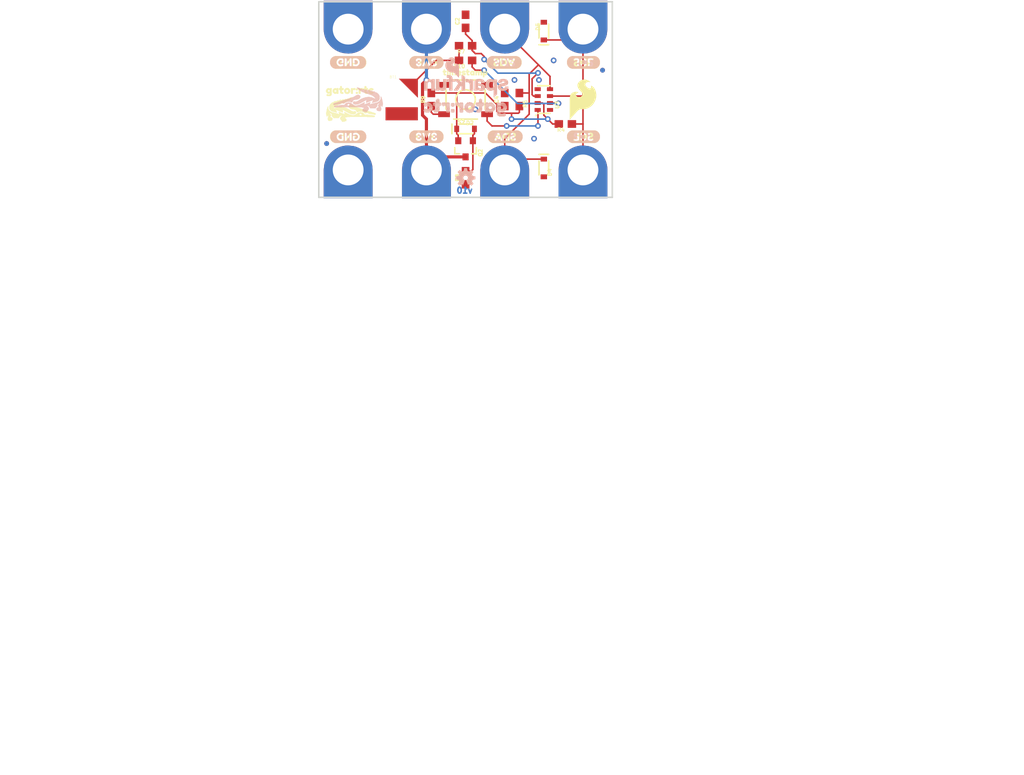
<source format=kicad_pcb>
(kicad_pcb (version 20211014) (generator pcbnew)
  (layers (0 "F.Cu" signal) (31 "B.Cu" signal) (34 "B.Paste" user) (35 "F.Paste" user) (36 "B.SilkS" user "B.Silkscreen") (37 "F.SilkS" user "F.Silkscreen") (38 "B.Mask" user) (39 "F.Mask" user) (44 "Edge.Cuts" user))
  (net 0 "")
  (net 1 "GND")
  (net 2 "3.3V")
  (net 3 "SCL")
  (net 4 "SDA")
  (net 5 "VBACKUP")
  (net 6 "~{RST}")
  (net 7 "N$5")
  (net 8 "N$6")
  (net 9 "V_BATT")
  (net 10 "N$8")
  (footprint "boardEagle:GATOR_MINI" (layer "F.Cu") (at 153.5811 96.1136 180)
    (fp_text reference "J3" hide)
    (fp_text value "GATORGATOR_MINI" hide)
    (fp_poly (pts (xy 0.703108 -2.842582) (xy 1.048702 -2.743018) (xy 1.377668 -2.606756) (xy 1.689309 -2.434518) (xy 1.979705 -2.228471) (xy 2.245205 -1.991205) (xy 2.482471 -1.725705) (xy 2.688518 -1.435309) (xy 2.860756 -1.123668) (xy 2.997018 -0.794702) (xy 3.095591 -0.452549) (xy 3.155235 -0.10151) (xy 3.175 0.250437) (xy 3.175 3.937) (xy -3.175 3.937) (xy -3.175 0.246868) (xy -3.096582 -0.449108) (xy -2.997018 -0.794702) (xy -2.860756 -1.123668) (xy -2.688518 -1.435309) (xy -2.482471 -1.725705) (xy -2.245205 -1.991205) (xy -1.979705 -2.228471) (xy -1.689309 -2.434518) (xy -1.377668 -2.606756) (xy -1.048702 -2.743018) (xy -0.706549 -2.841591) (xy -0.35551 -2.901235) (xy 0.003575 -2.921401)) (layer "F.Cu") (width 0) (fill solid))
    (fp_poly (pts (xy 0.703108 -2.842582) (xy 1.048702 -2.743018) (xy 1.377668 -2.606756) (xy 1.689309 -2.434518) (xy 1.979705 -2.228471) (xy 2.245205 -1.991205) (xy 2.482471 -1.725705) (xy 2.688518 -1.435309) (xy 2.860756 -1.123668) (xy 2.997018 -0.794702) (xy 3.095591 -0.452549) (xy 3.155235 -0.10151) (xy 3.175 0.250437) (xy 3.175 3.937) (xy -3.175 3.937) (xy -3.175 0.246868) (xy -3.096582 -0.449108) (xy -2.997018 -0.794702) (xy -2.860756 -1.123668) (xy -2.688518 -1.435309) (xy -2.482471 -1.725705) (xy -2.245205 -1.991205) (xy -1.979705 -2.228471) (xy -1.689309 -2.434518) (xy -1.377668 -2.606756) (xy -1.048702 -2.743018) (xy -0.706549 -2.841591) (xy -0.35551 -2.901235) (xy 0.003575 -2.921401)) (layer "B.Cu") (width 0) (fill solid))
    (pad "P$2" thru_hole circle (at 0 0.254 180) (size 5.08 5.08) (drill 4.0005) (layers *.Cu *.Mask) (net 4 "SDA"))
  )
  (footprint "boardEagle:SCL2" (layer "F.Cu") (at 161.5821 109.8296)
    (fp_text reference "U$5" hide)
    (fp_text value "" hide)
  )
  (footprint "boardEagle:ML414H_IV01E" (layer "F.Cu") (at 139.6111 105.0036)
    (fp_text reference "BT1" (at -1.016 -2.921) (layer "F.SilkS") (effects (font (size 0.352958 0.352958) (thickness 0.028042)) (justify left)))
    (fp_text value "ML414H_IV01E_BATTERY")
    (fp_poly (pts (xy 2.705 -0.219645) (xy 0.219645 -2.705) (xy 2.705 -2.705)) (layer "F.Cu") (width 0) (fill solid))
    (pad "+" smd rect (at 2.022 -2.032) (size 1 1) (layers "F.Cu") (net 9 "V_BATT"))
    (pad "-" smd rect (at 0.6 1.85) (size 4.2 1.7) (layers "F.Cu") (net 1 "GND"))
  )
  (footprint "boardEagle:SDA1" (layer "F.Cu") (at 151.2951 109.8296)
    (fp_text reference "U$4" hide)
    (fp_text value "" hide)
  )
  (footprint "boardEagle:0603" (layer "F.Cu") (at 161.4551 108.1786 180)
    (fp_text reference "R4" (at 0 -0.762) (layer "F.SilkS") (effects (font (size 0.512064 0.512064) (thickness 0.097536)) (justify right)))
    (fp_text value "10k")
    (pad "1" smd rect (at -0.85 0 180) (size 1.1 1) (layers "F.Cu" "F.Paste" "F.Mask") (net 3 "SCL"))
    (pad "2" smd rect (at 0.85 0 180) (size 1.1 1) (layers "F.Cu" "F.Paste" "F.Mask") (net 2 "3.3V"))
  )
  (footprint "boardEagle:0603" (layer "F.Cu") (at 148.5011 115.1636 90)
    (fp_text reference "R8" (at 0 -0.762 90) (layer "F.SilkS") (effects (font (size 0.48768 0.48768) (thickness 0.12192)) (justify bottom)))
    (fp_text value "10k")
    (pad "1" smd rect (at -0.85 0 90) (size 1.1 1) (layers "F.Cu" "F.Paste" "F.Mask") (net 1 "GND"))
    (pad "2" smd rect (at 0.85 0 90) (size 1.1 1) (layers "F.Cu" "F.Paste" "F.Mask") (net 8 "N$6"))
  )
  (footprint "boardEagle:FIDUCIAL-MICRO" (layer "F.Cu") (at 130.4671 110.7186)
    (fp_text reference "FID2" hide)
    (fp_text value "FIDUCIALUFIDUCIAL" hide)
    (pad "1" smd roundrect (at 0 0) (size 0.635 0.635) (layers "F.Cu" "F.Mask") (roundrect_rratio 0.5))
  )
  (footprint "boardEagle:GATORBIT_FINAL_FOR_SILK#01#PNG" (layer "F.Cu") (at 133.6421 106.2736)
    (fp_text reference "U$21" hide)
    (fp_text value "" hide)
  )
  (footprint "boardEagle:0603" (layer "F.Cu") (at 148.5011 98.0186 180)
    (fp_text reference "R7" (at 0 -0.762) (layer "F.SilkS") (effects (font (size 0.512064 0.512064) (thickness 0.097536)) (justify right)))
    (fp_text value "470")
    (pad "1" smd rect (at -0.85 0 180) (size 1.1 1) (layers "F.Cu" "F.Paste" "F.Mask") (net 5 "VBACKUP"))
    (pad "2" smd rect (at 0.85 0 180) (size 1.1 1) (layers "F.Cu" "F.Paste" "F.Mask") (net 9 "V_BATT"))
  )
  (footprint "boardEagle:SFE_LOGO_FLAME_.2" (layer "F.Cu") (at 163.7411 105.0036)
    (fp_text reference "U$9" hide)
    (fp_text value "" hide)
  )
  (footprint "boardEagle:FIDUCIAL-MICRO" (layer "F.Cu") (at 166.2811 101.1936)
    (fp_text reference "FID1" hide)
    (fp_text value "FIDUCIALUFIDUCIAL" hide)
    (pad "1" smd roundrect (at 0 0) (size 0.635 0.635) (layers "F.Cu" "F.Mask") (roundrect_rratio 0.5))
  )
  (footprint "boardEagle:GATOR_MINI" (layer "F.Cu") (at 133.2611 96.1136 180)
    (fp_text reference "J6" hide)
    (fp_text value "GATORGATOR_MINI" hide)
    (fp_poly (pts (xy 0.703108 -2.842582) (xy 1.048702 -2.743018) (xy 1.377668 -2.606756) (xy 1.689309 -2.434518) (xy 1.979705 -2.228471) (xy 2.245205 -1.991205) (xy 2.482471 -1.725705) (xy 2.688518 -1.435309) (xy 2.860756 -1.123668) (xy 2.997018 -0.794702) (xy 3.095591 -0.452549) (xy 3.155235 -0.10151) (xy 3.175 0.250437) (xy 3.175 3.937) (xy -3.175 3.937) (xy -3.175 0.246868) (xy -3.096582 -0.449108) (xy -2.997018 -0.794702) (xy -2.860756 -1.123668) (xy -2.688518 -1.435309) (xy -2.482471 -1.725705) (xy -2.245205 -1.991205) (xy -1.979705 -2.228471) (xy -1.689309 -2.434518) (xy -1.377668 -2.606756) (xy -1.048702 -2.743018) (xy -0.706549 -2.841591) (xy -0.35551 -2.901235) (xy 0.003575 -2.921401)) (layer "F.Cu") (width 0) (fill solid))
    (fp_poly (pts (xy 0.703108 -2.842582) (xy 1.048702 -2.743018) (xy 1.377668 -2.606756) (xy 1.689309 -2.434518) (xy 1.979705 -2.228471) (xy 2.245205 -1.991205) (xy 2.482471 -1.725705) (xy 2.688518 -1.435309) (xy 2.860756 -1.123668) (xy 2.997018 -0.794702) (xy 3.095591 -0.452549) (xy 3.155235 -0.10151) (xy 3.175 0.250437) (xy 3.175 3.937) (xy -3.175 3.937) (xy -3.175 0.246868) (xy -3.096582 -0.449108) (xy -2.997018 -0.794702) (xy -2.860756 -1.123668) (xy -2.688518 -1.435309) (xy -2.482471 -1.725705) (xy -2.245205 -1.991205) (xy -1.979705 -2.228471) (xy -1.689309 -2.434518) (xy -1.377668 -2.606756) (xy -1.048702 -2.743018) (xy -0.706549 -2.841591) (xy -0.35551 -2.901235) (xy 0.003575 -2.921401)) (layer "B.Cu") (width 0) (fill solid))
    (pad "P$2" thru_hole circle (at 0 0.254 180) (size 5.08 5.08) (drill 4.0005) (layers *.Cu *.Mask) (net 1 "GND"))
  )
  (footprint "boardEagle:TIMESTAMP0" (layer "F.Cu") (at 144.8181 101.4476)
    (fp_text reference "U$17" hide)
    (fp_text value "" hide)
  )
  (footprint "boardEagle:SDA1" (layer "F.Cu") (at 155.8671 100.1776 180)
    (fp_text reference "U$7" hide)
    (fp_text value "" hide)
  )
  (footprint "boardEagle:0603" (layer "F.Cu") (at 144.0561 105.0036 90)
    (fp_text reference "R9" (at 0 -0.762 90) (layer "F.SilkS") (effects (font (size 0.48768 0.48768) (thickness 0.12192)) (justify bottom)))
    (fp_text value "10k")
    (pad "1" smd rect (at -0.85 0 90) (size 1.1 1) (layers "F.Cu" "F.Paste" "F.Mask") (net 10 "N$8"))
    (pad "2" smd rect (at 0.85 0 90) (size 1.1 1) (layers "F.Cu" "F.Paste" "F.Mask") (net 2 "3.3V"))
  )
  (footprint "boardEagle:ORDERING_INSTRUCTIONS" (layer "F.Cu") (at 119.2911 141.8336)
    (fp_text reference "U$22" hide)
    (fp_text value "" hide)
  )
  (footprint "boardEagle:SOD-323" (layer "F.Cu") (at 148.5011 108.8136)
    (fp_text reference "D2" (at 0 -0.762) (layer "F.SilkS") (effects (font (size 0.512064 0.512064) (thickness 0.097536)) (justify left)))
    (fp_text value "3.6V")
    (pad "A" smd rect (at 1.15 0) (size 0.63 0.83) (layers "F.Cu" "F.Paste" "F.Mask") (net 8 "N$6"))
    (pad "C" smd rect (at -1.15 0) (size 0.63 0.83) (layers "F.Cu" "F.Paste" "F.Mask") (net 2 "3.3V"))
  )
  (footprint "boardEagle:3V33" (layer "F.Cu") (at 141.0843 109.8296)
    (fp_text reference "U$1" hide)
    (fp_text value "" hide)
  )
  (footprint "boardEagle:SOD-323" (layer "F.Cu") (at 158.6611 96.1136 90)
    (fp_text reference "D5" (at 0 -0.762 90) (layer "F.SilkS") (effects (font (size 0.512064 0.512064) (thickness 0.097536)) (justify left)))
    (fp_text value "3.6V")
    (pad "A" smd rect (at 1.15 0 90) (size 0.63 0.83) (layers "F.Cu" "F.Paste" "F.Mask") (net 1 "GND"))
    (pad "C" smd rect (at -1.15 0 90) (size 0.63 0.83) (layers "F.Cu" "F.Paste" "F.Mask") (net 3 "SCL"))
  )
  (footprint "boardEagle:GATOR_MINI" (layer "F.Cu") (at 143.4211 96.1136 180)
    (fp_text reference "J4" hide)
    (fp_text value "GATORGATOR_MINI" hide)
    (fp_poly (pts (xy 0.703108 -2.842582) (xy 1.048702 -2.743018) (xy 1.377668 -2.606756) (xy 1.689309 -2.434518) (xy 1.979705 -2.228471) (xy 2.245205 -1.991205) (xy 2.482471 -1.725705) (xy 2.688518 -1.435309) (xy 2.860756 -1.123668) (xy 2.997018 -0.794702) (xy 3.095591 -0.452549) (xy 3.155235 -0.10151) (xy 3.175 0.250437) (xy 3.175 3.937) (xy -3.175 3.937) (xy -3.175 0.246868) (xy -3.096582 -0.449108) (xy -2.997018 -0.794702) (xy -2.860756 -1.123668) (xy -2.688518 -1.435309) (xy -2.482471 -1.725705) (xy -2.245205 -1.991205) (xy -1.979705 -2.228471) (xy -1.689309 -2.434518) (xy -1.377668 -2.606756) (xy -1.048702 -2.743018) (xy -0.706549 -2.841591) (xy -0.35551 -2.901235) (xy 0.003575 -2.921401)) (layer "F.Cu") (width 0) (fill solid))
    (fp_poly (pts (xy 0.703108 -2.842582) (xy 1.048702 -2.743018) (xy 1.377668 -2.606756) (xy 1.689309 -2.434518) (xy 1.979705 -2.228471) (xy 2.245205 -1.991205) (xy 2.482471 -1.725705) (xy 2.688518 -1.435309) (xy 2.860756 -1.123668) (xy 2.997018 -0.794702) (xy 3.095591 -0.452549) (xy 3.155235 -0.10151) (xy 3.175 0.250437) (xy 3.175 3.937) (xy -3.175 3.937) (xy -3.175 0.246868) (xy -3.096582 -0.449108) (xy -2.997018 -0.794702) (xy -2.860756 -1.123668) (xy -2.688518 -1.435309) (xy -2.482471 -1.725705) (xy -2.245205 -1.991205) (xy -1.979705 -2.228471) (xy -1.689309 -2.434518) (xy -1.377668 -2.606756) (xy -1.048702 -2.743018) (xy -0.706549 -2.841591) (xy -0.35551 -2.901235) (xy 0.003575 -2.921401)) (layer "B.Cu") (width 0) (fill solid))
    (pad "P$2" thru_hole circle (at 0 0.254 180) (size 5.08 5.08) (drill 4.0005) (layers *.Cu *.Mask) (net 7 "N$5"))
  )
  (footprint "boardEagle:GATOR_MINI" (layer "F.Cu") (at 163.7411 96.1136 180)
    (fp_text reference "J2" hide)
    (fp_text value "GATORGATOR_MINI" hide)
    (fp_poly (pts (xy 0.703108 -2.842582) (xy 1.048702 -2.743018) (xy 1.377668 -2.606756) (xy 1.689309 -2.434518) (xy 1.979705 -2.228471) (xy 2.245205 -1.991205) (xy 2.482471 -1.725705) (xy 2.688518 -1.435309) (xy 2.860756 -1.123668) (xy 2.997018 -0.794702) (xy 3.095591 -0.452549) (xy 3.155235 -0.10151) (xy 3.175 0.250437) (xy 3.175 3.937) (xy -3.175 3.937) (xy -3.175 0.246868) (xy -3.096582 -0.449108) (xy -2.997018 -0.794702) (xy -2.860756 -1.123668) (xy -2.688518 -1.435309) (xy -2.482471 -1.725705) (xy -2.245205 -1.991205) (xy -1.979705 -2.228471) (xy -1.689309 -2.434518) (xy -1.377668 -2.606756) (xy -1.048702 -2.743018) (xy -0.706549 -2.841591) (xy -0.35551 -2.901235) (xy 0.003575 -2.921401)) (layer "F.Cu") (width 0) (fill solid))
    (fp_poly (pts (xy 0.703108 -2.842582) (xy 1.048702 -2.743018) (xy 1.377668 -2.606756) (xy 1.689309 -2.434518) (xy 1.979705 -2.228471) (xy 2.245205 -1.991205) (xy 2.482471 -1.725705) (xy 2.688518 -1.435309) (xy 2.860756 -1.123668) (xy 2.997018 -0.794702) (xy 3.095591 -0.452549) (xy 3.155235 -0.10151) (xy 3.175 0.250437) (xy 3.175 3.937) (xy -3.175 3.937) (xy -3.175 0.246868) (xy -3.096582 -0.449108) (xy -2.997018 -0.794702) (xy -2.860756 -1.123668) (xy -2.688518 -1.435309) (xy -2.482471 -1.725705) (xy -2.245205 -1.991205) (xy -1.979705 -2.228471) (xy -1.689309 -2.434518) (xy -1.377668 -2.606756) (xy -1.048702 -2.743018) (xy -0.706549 -2.841591) (xy -0.35551 -2.901235) (xy 0.003575 -2.921401)) (layer "B.Cu") (width 0) (fill solid))
    (pad "P$2" thru_hole circle (at 0 0.254 180) (size 5.08 5.08) (drill 4.0005) (layers *.Cu *.Mask) (net 3 "SCL"))
  )
  (footprint "boardEagle:SCL2" (layer "F.Cu") (at 166.0271 100.1776 180)
    (fp_text reference "U$6" hide)
    (fp_text value "" hide)
  )
  (footprint "boardEagle:SOT23-3" (layer "F.Cu") (at 148.5011 111.3536 180)
    (fp_text reference "Q2" (at -1.651 0 270) (layer "F.SilkS") (effects (font (size 0.48768 0.48768) (thickness 0.12192)) (justify right top)))
    (fp_text value "2.5A/30V/105mΩ")
    (pad "1" smd rect (at -0.95 1 180) (size 0.8 0.9) (layers "F.Cu" "F.Paste" "F.Mask") (net 8 "N$6"))
    (pad "2" smd rect (at 0.95 1 180) (size 0.8 0.9) (layers "F.Cu" "F.Paste" "F.Mask") (net 2 "3.3V"))
    (pad "3" smd rect (at 0 -1.1 180) (size 0.8 0.9) (layers "F.Cu" "F.Paste" "F.Mask") (net 7 "N$5"))
  )
  (footprint "boardEagle:GATOR_MINI" (layer "F.Cu") (at 143.4211 113.8936)
    (fp_text reference "J9" hide)
    (fp_text value "GATORGATOR_MINI" hide)
    (fp_poly (pts (xy 0.703108 -2.842582) (xy 1.048702 -2.743018) (xy 1.377668 -2.606756) (xy 1.689309 -2.434518) (xy 1.979705 -2.228471) (xy 2.245205 -1.991205) (xy 2.482471 -1.725705) (xy 2.688518 -1.435309) (xy 2.860756 -1.123668) (xy 2.997018 -0.794702) (xy 3.095591 -0.452549) (xy 3.155235 -0.10151) (xy 3.175 0.250437) (xy 3.175 3.937) (xy -3.175 3.937) (xy -3.175 0.246868) (xy -3.096582 -0.449108) (xy -2.997018 -0.794702) (xy -2.860756 -1.123668) (xy -2.688518 -1.435309) (xy -2.482471 -1.725705) (xy -2.245205 -1.991205) (xy -1.979705 -2.228471) (xy -1.689309 -2.434518) (xy -1.377668 -2.606756) (xy -1.048702 -2.743018) (xy -0.706549 -2.841591) (xy -0.35551 -2.901235) (xy 0.003575 -2.921401)) (layer "F.Cu") (width 0) (fill solid))
    (fp_poly (pts (xy 0.703108 -2.842582) (xy 1.048702 -2.743018) (xy 1.377668 -2.606756) (xy 1.689309 -2.434518) (xy 1.979705 -2.228471) (xy 2.245205 -1.991205) (xy 2.482471 -1.725705) (xy 2.688518 -1.435309) (xy 2.860756 -1.123668) (xy 2.997018 -0.794702) (xy 3.095591 -0.452549) (xy 3.155235 -0.10151) (xy 3.175 0.250437) (xy 3.175 3.937) (xy -3.175 3.937) (xy -3.175 0.246868) (xy -3.096582 -0.449108) (xy -2.997018 -0.794702) (xy -2.860756 -1.123668) (xy -2.688518 -1.435309) (xy -2.482471 -1.725705) (xy -2.245205 -1.991205) (xy -1.979705 -2.228471) (xy -1.689309 -2.434518) (xy -1.377668 -2.606756) (xy -1.048702 -2.743018) (xy -0.706549 -2.841591) (xy -0.35551 -2.901235) (xy 0.003575 -2.921401)) (layer "B.Cu") (width 0) (fill solid))
    (pad "P$2" thru_hole circle (at 0 0.254) (size 5.08 5.08) (drill 4.0005) (layers *.Cu *.Mask) (net 7 "N$5"))
  )
  (footprint "boardEagle:GATOR_MINI" (layer "F.Cu") (at 133.2611 113.8936)
    (fp_text reference "J10" hide)
    (fp_text value "GATORGATOR_MINI" hide)
    (fp_poly (pts (xy 0.703108 -2.842582) (xy 1.048702 -2.743018) (xy 1.377668 -2.606756) (xy 1.689309 -2.434518) (xy 1.979705 -2.228471) (xy 2.245205 -1.991205) (xy 2.482471 -1.725705) (xy 2.688518 -1.435309) (xy 2.860756 -1.123668) (xy 2.997018 -0.794702) (xy 3.095591 -0.452549) (xy 3.155235 -0.10151) (xy 3.175 0.250437) (xy 3.175 3.937) (xy -3.175 3.937) (xy -3.175 0.246868) (xy -3.096582 -0.449108) (xy -2.997018 -0.794702) (xy -2.860756 -1.123668) (xy -2.688518 -1.435309) (xy -2.482471 -1.725705) (xy -2.245205 -1.991205) (xy -1.979705 -2.228471) (xy -1.689309 -2.434518) (xy -1.377668 -2.606756) (xy -1.048702 -2.743018) (xy -0.706549 -2.841591) (xy -0.35551 -2.901235) (xy 0.003575 -2.921401)) (layer "F.Cu") (width 0) (fill solid))
    (fp_poly (pts (xy 0.703108 -2.842582) (xy 1.048702 -2.743018) (xy 1.377668 -2.606756) (xy 1.689309 -2.434518) (xy 1.979705 -2.228471) (xy 2.245205 -1.991205) (xy 2.482471 -1.725705) (xy 2.688518 -1.435309) (xy 2.860756 -1.123668) (xy 2.997018 -0.794702) (xy 3.095591 -0.452549) (xy 3.155235 -0.10151) (xy 3.175 0.250437) (xy 3.175 3.937) (xy -3.175 3.937) (xy -3.175 0.246868) (xy -3.096582 -0.449108) (xy -2.997018 -0.794702) (xy -2.860756 -1.123668) (xy -2.688518 -1.435309) (xy -2.482471 -1.725705) (xy -2.245205 -1.991205) (xy -1.979705 -2.228471) (xy -1.689309 -2.434518) (xy -1.377668 -2.606756) (xy -1.048702 -2.743018) (xy -0.706549 -2.841591) (xy -0.35551 -2.901235) (xy 0.003575 -2.921401)) (layer "B.Cu") (width 0) (fill solid))
    (pad "P$2" thru_hole circle (at 0 0.254) (size 5.08 5.08) (drill 4.0005) (layers *.Cu *.Mask) (net 1 "GND"))
  )
  (footprint "boardEagle:GND0" (layer "F.Cu") (at 130.8227 109.8296)
    (fp_text reference "U$2" hide)
    (fp_text value "" hide)
  )
  (footprint "boardEagle:0603" (layer "F.Cu") (at 153.5811 105.0036 90)
    (fp_text reference "C4" (at 0 -0.762 90) (layer "F.SilkS") (effects (font (size 0.48768 0.48768) (thickness 0.12192)) (justify bottom)))
    (fp_text value "0.1uF")
    (pad "1" smd rect (at -0.85 0 90) (size 1.1 1) (layers "F.Cu" "F.Paste" "F.Mask") (net 2 "3.3V"))
    (pad "2" smd rect (at 0.85 0 90) (size 1.1 1) (layers "F.Cu" "F.Paste" "F.Mask") (net 1 "GND"))
  )
  (footprint "boardEagle:GND0" (layer "F.Cu") (at 135.6995 100.1776 180)
    (fp_text reference "U$10" hide)
    (fp_text value "" hide)
  )
  (footprint "boardEagle:0603" (layer "F.Cu") (at 148.5011 99.9236 180)
    (fp_text reference "R10" (at 0 -0.762) (layer "F.SilkS") (effects (font (size 0.512064 0.512064) (thickness 0.097536)) (justify right)))
    (fp_text value "10k")
    (pad "1" smd rect (at -0.85 0 180) (size 1.1 1) (layers "F.Cu" "F.Paste" "F.Mask") (net 6 "~{RST}"))
    (pad "2" smd rect (at 0.85 0 180) (size 1.1 1) (layers "F.Cu" "F.Paste" "F.Mask") (net 9 "V_BATT"))
  )
  (footprint "boardEagle:0603" (layer "F.Cu") (at 148.5011 94.8436 90)
    (fp_text reference "C2" (at 0 -0.762 90) (layer "F.SilkS") (effects (font (size 0.48768 0.48768) (thickness 0.12192)) (justify bottom)))
    (fp_text value "0.1uF")
    (pad "1" smd rect (at -0.85 0 90) (size 1.1 1) (layers "F.Cu" "F.Paste" "F.Mask") (net 5 "VBACKUP"))
    (pad "2" smd rect (at 0.85 0 90) (size 1.1 1) (layers "F.Cu" "F.Paste" "F.Mask") (net 1 "GND"))
  )
  (footprint "boardEagle:3V33" (layer "F.Cu") (at 145.7579 100.1776 180)
    (fp_text reference "U$3" hide)
    (fp_text value "" hide)
  )
  (footprint "boardEagle:SOD-323" (layer "F.Cu") (at 158.6611 113.8936 -90)
    (fp_text reference "D4" (at 0 -0.762 90) (layer "F.SilkS") (effects (font (size 0.512064 0.512064) (thickness 0.097536)) (justify right)))
    (fp_text value "3.6V")
    (pad "A" smd rect (at 1.15 0 270) (size 0.63 0.83) (layers "F.Cu" "F.Paste" "F.Mask") (net 1 "GND"))
    (pad "C" smd rect (at -1.15 0 270) (size 0.63 0.83) (layers "F.Cu" "F.Paste" "F.Mask") (net 4 "SDA"))
  )
  (footprint "boardEagle:GATOR#RTC0" (layer "F.Cu") (at 129.4511 103.7336)
    (fp_text reference "U$20" hide)
    (fp_text value "" hide)
  )
  (footprint "boardEagle:GATOR_MINI" (layer "F.Cu") (at 153.5811 113.8936)
    (fp_text reference "J8" hide)
    (fp_text value "GATORGATOR_MINI" hide)
    (fp_poly (pts (xy 0.703108 -2.842582) (xy 1.048702 -2.743018) (xy 1.377668 -2.606756) (xy 1.689309 -2.434518) (xy 1.979705 -2.228471) (xy 2.245205 -1.991205) (xy 2.482471 -1.725705) (xy 2.688518 -1.435309) (xy 2.860756 -1.123668) (xy 2.997018 -0.794702) (xy 3.095591 -0.452549) (xy 3.155235 -0.10151) (xy 3.175 0.250437) (xy 3.175 3.937) (xy -3.175 3.937) (xy -3.175 0.246868) (xy -3.096582 -0.449108) (xy -2.997018 -0.794702) (xy -2.860756 -1.123668) (xy -2.688518 -1.435309) (xy -2.482471 -1.725705) (xy -2.245205 -1.991205) (xy -1.979705 -2.228471) (xy -1.689309 -2.434518) (xy -1.377668 -2.606756) (xy -1.048702 -2.743018) (xy -0.706549 -2.841591) (xy -0.35551 -2.901235) (xy 0.003575 -2.921401)) (layer "F.Cu") (width 0) (fill solid))
    (fp_poly (pts (xy 0.703108 -2.842582) (xy 1.048702 -2.743018) (xy 1.377668 -2.606756) (xy 1.689309 -2.434518) (xy 1.979705 -2.228471) (xy 2.245205 -1.991205) (xy 2.482471 -1.725705) (xy 2.688518 -1.435309) (xy 2.860756 -1.123668) (xy 2.997018 -0.794702) (xy 3.095591 -0.452549) (xy 3.155235 -0.10151) (xy 3.175 0.250437) (xy 3.175 3.937) (xy -3.175 3.937) (xy -3.175 0.246868) (xy -3.096582 -0.449108) (xy -2.997018 -0.794702) (xy -2.860756 -1.123668) (xy -2.688518 -1.435309) (xy -2.482471 -1.725705) (xy -2.245205 -1.991205) (xy -1.979705 -2.228471) (xy -1.689309 -2.434518) (xy -1.377668 -2.606756) (xy -1.048702 -2.743018) (xy -0.706549 -2.841591) (xy -0.35551 -2.901235) (xy 0.003575 -2.921401)) (layer "B.Cu") (width 0) (fill solid))
    (pad "P$2" thru_hole circle (at 0 0.254) (size 5.08 5.08) (drill 4.0005) (layers *.Cu *.Mask) (net 4 "SDA"))
  )
  (footprint "boardEagle:CREATIVE_COMMONS" (layer "F.Cu") (at 108.388979 132.9436)
    (fp_text reference "FRAME1" hide)
    (fp_text value "FRAME-LETTER" hide)
  )
  (footprint "boardEagle:0603" (layer "F.Cu") (at 155.4861 105.0036 -90)
    (fp_text reference "R5" (at 0 -0.762 90) (layer "F.SilkS") (effects (font (size 0.512064 0.512064) (thickness 0.097536)) (justify right)))
    (fp_text value "10k")
    (pad "1" smd rect (at -0.85 0 270) (size 1.1 1) (layers "F.Cu" "F.Paste" "F.Mask") (net 4 "SDA"))
    (pad "2" smd rect (at 0.85 0 270) (size 1.1 1) (layers "F.Cu" "F.Paste" "F.Mask") (net 2 "3.3V"))
  )
  (footprint "boardEagle:GATOR_MINI" (layer "F.Cu") (at 163.7411 113.8936)
    (fp_text reference "J7" hide)
    (fp_text value "GATORGATOR_MINI" hide)
    (fp_poly (pts (xy 0.703108 -2.842582) (xy 1.048702 -2.743018) (xy 1.377668 -2.606756) (xy 1.689309 -2.434518) (xy 1.979705 -2.228471) (xy 2.245205 -1.991205) (xy 2.482471 -1.725705) (xy 2.688518 -1.435309) (xy 2.860756 -1.123668) (xy 2.997018 -0.794702) (xy 3.095591 -0.452549) (xy 3.155235 -0.10151) (xy 3.175 0.250437) (xy 3.175 3.937) (xy -3.175 3.937) (xy -3.175 0.246868) (xy -3.096582 -0.449108) (xy -2.997018 -0.794702) (xy -2.860756 -1.123668) (xy -2.688518 -1.435309) (xy -2.482471 -1.725705) (xy -2.245205 -1.991205) (xy -1.979705 -2.228471) (xy -1.689309 -2.434518) (xy -1.377668 -2.606756) (xy -1.048702 -2.743018) (xy -0.706549 -2.841591) (xy -0.35551 -2.901235) (xy 0.003575 -2.921401)) (layer "F.Cu") (width 0) (fill solid))
    (fp_poly (pts (xy 0.703108 -2.842582) (xy 1.048702 -2.743018) (xy 1.377668 -2.606756) (xy 1.689309 -2.434518) (xy 1.979705 -2.228471) (xy 2.245205 -1.991205) (xy 2.482471 -1.725705) (xy 2.688518 -1.435309) (xy 2.860756 -1.123668) (xy 2.997018 -0.794702) (xy 3.095591 -0.452549) (xy 3.155235 -0.10151) (xy 3.175 0.250437) (xy 3.175 3.937) (xy -3.175 3.937) (xy -3.175 0.246868) (xy -3.096582 -0.449108) (xy -2.997018 -0.794702) (xy -2.860756 -1.123668) (xy -2.688518 -1.435309) (xy -2.482471 -1.725705) (xy -2.245205 -1.991205) (xy -1.979705 -2.228471) (xy -1.689309 -2.434518) (xy -1.377668 -2.606756) (xy -1.048702 -2.743018) (xy -0.706549 -2.841591) (xy -0.35551 -2.901235) (xy 0.003575 -2.921401)) (layer "B.Cu") (width 0) (fill solid))
    (pad "P$2" thru_hole circle (at 0 0.254) (size 5.08 5.08) (drill 4.0005) (layers *.Cu *.Mask) (net 3 "SCL"))
  )
  (footprint "boardEagle:TACTILE_SWITCH_SMD_5.2MM" (layer "F.Cu") (at 148.5011 105.0036 180)
    (fp_text reference "S2" (at 0 -2.667 180) (layer "F.SilkS") (effects (font (size 0.48768 0.48768) (thickness 0.12192)) (justify right top)))
    (fp_text value "")
    (pad "1" smd rect (at -2.794 -1.905 270) (size 0.762 1.524) (layers "F.Cu" "F.Paste" "F.Mask") (net 10 "N$8"))
    (pad "2" smd rect (at 2.794 -1.905 270) (size 0.762 1.524) (layers "F.Cu" "F.Paste" "F.Mask") (net 10 "N$8"))
    (pad "3" smd rect (at -2.794 1.905 270) (size 0.762 1.524) (layers "F.Cu" "F.Paste" "F.Mask") (net 1 "GND"))
    (pad "4" smd rect (at 2.794 1.905 270) (size 0.762 1.524) (layers "F.Cu" "F.Paste" "F.Mask") (net 1 "GND"))
  )
  (footprint "boardEagle:RV-3028" (layer "F.Cu") (at 158.6611 105.0036 90)
    (fp_text reference "U3" (at -1.27 2.032 90) (layer "F.SilkS") (effects (font (size 0.48768 0.48768) (thickness 0.12192)) (justify left bottom)))
    (fp_text value "RV-3028")
    (pad "1" smd rect (at -1.35 0.8 90) (size 0.5 0.8) (layers "F.Cu" "F.Paste" "F.Mask"))
    (pad "2" smd rect (at -0.45 0.8 90) (size 0.5 0.8) (layers "F.Cu" "F.Paste" "F.Mask") (net 6 "~{RST}"))
    (pad "3" smd rect (at 0.45 0.8 90) (size 0.5 0.8) (layers "F.Cu" "F.Paste" "F.Mask") (net 3 "SCL"))
    (pad "4" smd rect (at 1.35 0.8 90) (size 0.5 0.8) (layers "F.Cu" "F.Paste" "F.Mask") (net 4 "SDA"))
    (pad "5" smd rect (at 1.35 -0.8 90) (size 0.5 0.8) (layers "F.Cu" "F.Paste" "F.Mask") (net 1 "GND"))
    (pad "6" smd rect (at 0.45 -0.8 90) (size 0.5 0.8) (layers "F.Cu" "F.Paste" "F.Mask") (net 5 "VBACKUP"))
    (pad "7" smd rect (at -0.45 -0.8 90) (size 0.5 0.8) (layers "F.Cu" "F.Paste" "F.Mask") (net 2 "3.3V"))
    (pad "8" smd rect (at -1.35 -0.8 90) (size 0.5 0.8) (layers "F.Cu" "F.Paste" "F.Mask") (net 10 "N$8"))
  )
  (footprint "boardEagle:GND0" (layer "B.Cu") (at 135.6995 109.8296 180)
    (fp_text reference "U$23" hide)
    (fp_text value "" hide)
  )
  (footprint "boardEagle:SFE_LOGO_NAME_FLAME_.1" (layer "B.Cu") (at 148.5011 103.2256 180)
    (fp_text reference "LOGO4" hide)
    (fp_text value "SFE_LOGO_NAME_FLAME.1_INCH" hide)
  )
  (footprint "boardEagle:GATORBIT_FINAL_FOR_SILK#01#PNG" (layer "B.Cu") (at 134.5311 105.0036 180)
    (fp_text reference "U$8" hide)
    (fp_text value "" hide)
  )
  (footprint "boardEagle:FIDUCIAL-MICRO" (layer "B.Cu") (at 130.4671 110.7186)
    (fp_text reference "FID3" hide)
    (fp_text value "FIDUCIALUFIDUCIAL" hide)
    (pad "1" smd roundrect (at 0 0) (size 0.635 0.635) (layers "B.Cu" "B.Mask") (roundrect_rratio 0.5))
  )
  (footprint "boardEagle:SDA1" (layer "B.Cu") (at 155.9941 109.8296 180)
    (fp_text reference "U$16" hide)
    (fp_text value "" hide)
  )
  (footprint "boardEagle:FIDUCIAL-MICRO" (layer "B.Cu") (at 166.2811 101.1936 180)
    (fp_text reference "FID4" hide)
    (fp_text value "FIDUCIALUFIDUCIAL" hide)
    (pad "1" smd roundrect (at 0 0 180) (size 0.635 0.635) (layers "B.Cu" "B.Mask") (roundrect_rratio 0.5))
  )
  (footprint "boardEagle:SCL2" (layer "B.Cu") (at 166.0271 109.8296 180)
    (fp_text reference "U$18" hide)
    (fp_text value "" hide)
  )
  (footprint "boardEagle:OSHW-LOGO-MINI" (layer "B.Cu") (at 148.5011 115.1636 180)
    (fp_text reference "LOGO2" hide)
    (fp_text value "OSHW-LOGOMINI" hide)
  )
  (footprint "boardEagle:3V33" (layer "B.Cu") (at 145.7579 109.8296 180)
    (fp_text reference "U$15" hide)
    (fp_text value "" hide)
  )
  (footprint "boardEagle:GATOR#RTC0" (layer "B.Cu") (at 155.4861 105.7656 180)
    (fp_text reference "U$24" hide)
    (fp_text value "" hide)
  )
  (footprint "boardEagle:3V33" (layer "B.Cu") (at 141.0843 100.1776)
    (fp_text reference "U$12" hide)
    (fp_text value "" hide)
  )
  (footprint "boardEagle:GND0" (layer "B.Cu") (at 130.8227 100.1776)
    (fp_text reference "U$11" hide)
    (fp_text value "" hide)
  )
  (footprint "boardEagle:SCL2" (layer "B.Cu") (at 161.5821 100.1776)
    (fp_text reference "U$14" hide)
    (fp_text value "" hide)
  )
  (footprint "boardEagle:SDA1" (layer "B.Cu") (at 151.1681 100.1776)
    (fp_text reference "U$13" hide)
    (fp_text value "" hide)
  )
  (gr_line (start 167.5511 117.7036) (end 167.5511 92.3036) (layer "Edge.Cuts") (width 0.2032))
  (gr_line (start 129.4511 92.3036) (end 129.4511 117.7036) (layer "Edge.Cuts") (width 0.2032))
  (gr_line (start 129.4511 117.7036) (end 167.5511 117.7036) (layer "Edge.Cuts") (width 0.2032))
  (gr_line (start 167.5511 92.3036) (end 129.4511 92.3036) (layer "Edge.Cuts") (width 0.2032))
  (gr_text "v10" (at 148.3741 116.8146) (layer "B.Cu") (effects (font (size 0.762 0.762) (thickness 0.254)) (justify mirror)))
  (via (at 154.8511 102.4636) (size 0.7366) (drill 0.381) (layers "F.Cu" "B.Cu") (net 1))
  (via (at 158.0261 102.4636) (size 0.7366) (drill 0.381) (layers "F.Cu" "B.Cu") (net 1))
  (via (at 157.3911 110.0836) (size 0.7366) (drill 0.381) (layers "F.Cu" "B.Cu") (net 1))
  (via (at 149.7711 106.2736) (size 0.7366) (drill 0.381) (layers "F.Cu" "B.Cu") (net 1))
  (via (at 159.9311 99.9236) (size 0.7366) (drill 0.381) (layers "F.Cu" "B.Cu") (net 1))
  (segment (start 158.6611 107.0356) (end 158.6611 105.6386) (width 0.2032) (layer "F.Cu") (net 2))
  (segment (start 154.8511 106.7816) (end 154.4701 106.7816) (width 0.2032) (layer "F.Cu") (net 2))
  (segment (start 152.8191 106.7816) (end 152.5651 106.5276) (width 0.2032) (layer "F.Cu") (net 2))
  (segment (start 151.0801 104.1536) (end 147.3581 104.1536) (width 0.2032) (layer "F.Cu") (net 2))
  (segment (start 155.4861 106.6546) (end 155.3591 106.7816) (width 0.2032) (layer "F.Cu") (net 2))
  (segment (start 147.3581 104.1536) (end 146.3811 104.1536) (width 0.2032) (layer "F.Cu") (net 2))
  (segment (start 147.3511 108.8136) (end 147.3511 104.1606) (width 0.2032) (layer "F.Cu") (net 2))
  (segment (start 147.3511 109.4416) (end 147.3511 108.8136) (width 0.2032) (layer "F.Cu") (net 2))
  (segment (start 158.6611 105.6386) (end 158.4761 105.4536) (width 0.2032) (layer "F.Cu") (net 2))
  (segment (start 152.5651 105.8926) (end 152.5651 105.6386) (width 0.2032) (layer "F.Cu") (net 2))
  (segment (start 152.5651 106.5276) (end 152.5651 105.8926) (width 0.2032) (layer "F.Cu") (net 2))
  (segment (start 147.3511 104.1606) (end 147.3581 104.1536) (width 0.2032) (layer "F.Cu") (net 2))
  (segment (start 159.1691 107.5436) (end 158.6611 107.0356) (width 0.2032) (layer "F.Cu") (net 2))
  (segment (start 159.8041 108.1786) (end 159.1691 107.5436) (width 0.2032) (layer "F.Cu") (net 2))
  (segment (start 154.4701 106.7816) (end 152.8191 106.7816) (width 0.2032) (layer "F.Cu") (net 2))
  (segment (start 147.5511 109.6416) (end 147.3511 109.4416) (width 0.2032) (layer "F.Cu") (net 2))
  (segment (start 146.3811 104.1536) (end 144.0561 104.1536) (width 0.2032) (layer "F.Cu") (net 2))
  (segment (start 154.4701 106.7816) (end 154.4701 107.5436) (width 0.2032) (layer "F.Cu") (net 2))
  (segment (start 155.3591 106.7816) (end 154.8511 106.7816) (width 0.2032) (layer "F.Cu") (net 2))
  (segment (start 152.5651 105.6386) (end 151.0801 104.1536) (width 0.2032) (layer "F.Cu") (net 2))
  (segment (start 158.4761 105.4536) (end 157.8611 105.4536) (width 0.2032) (layer "F.Cu") (net 2))
  (segment (start 152.6041 105.8536) (end 152.5651 105.8926) (width 0.2032) (layer "F.Cu") (net 2))
  (segment (start 160.6051 108.1786) (end 159.8041 108.1786) (width 0.2032) (layer "F.Cu") (net 2))
  (segment (start 153.5811 105.8536) (end 152.6041 105.8536) (width 0.2032) (layer "F.Cu") (net 2))
  (segment (start 147.5511 110.3536) (end 147.5511 109.6416) (width 0.2032) (layer "F.Cu") (net 2))
  (segment (start 155.4861 105.8536) (end 155.4861 106.6546) (width 0.2032) (layer "F.Cu") (net 2))
  (via (at 154.4701 107.5436) (size 0.7366) (drill 0.381) (layers "F.Cu" "B.Cu") (net 2))
  (via (at 159.1691 107.5436) (size 0.7366) (drill 0.381) (layers "F.Cu" "B.Cu") (net 2))
  (segment (start 154.4701 107.5436) (end 159.1691 107.5436) (width 0.2032) (layer "B.Cu") (net 2))
  (segment (start 163.6721 104.5536) (end 163.7411 104.6226) (width 0.2032) (layer "F.Cu") (net 3))
  (segment (start 158.6611 97.2636) (end 163.6211 97.2636) (width 0.2032) (layer "F.Cu") (net 3))
  (segment (start 163.7411 114.1476) (end 163.7411 108.1786) (width 0.2032) (layer "F.Cu") (net 3))
  (segment (start 159.4611 104.5536) (end 163.6721 104.5536) (width 0.2032) (layer "F.Cu") (net 3))
  (segment (start 163.7411 104.6226) (end 163.7411 97.3836) (width 0.2032) (layer "F.Cu") (net 3))
  (segment (start 162.3051 108.1786) (end 163.7411 108.1786) (width 0.2032) (layer "F.Cu") (net 3))
  (segment (start 163.6211 97.2636) (end 163.7411 97.3836) (width 0.2032) (layer "F.Cu") (net 3))
  (segment (start 163.7411 108.1786) (end 163.7411 104.6226) (width 0.2032) (layer "F.Cu") (net 3))
  (segment (start 163.7411 95.8596) (end 163.7411 97.3836) (width 0.2032) (layer "F.Cu") (net 3))
  (segment (start 153.5811 110.0836) (end 156.7561 106.9086) (width 0.2032) (layer "F.Cu") (net 4))
  (segment (start 153.5811 114.1476) (end 153.5811 110.0836) (width 0.2032) (layer "F.Cu") (net 4))
  (segment (start 155.4861 104.1536) (end 156.7171 104.1536) (width 0.2032) (layer "F.Cu") (net 4))
  (segment (start 156.7561 106.9086) (end 156.7561 104.1146) (width 0.2032) (layer "F.Cu") (net 4))
  (segment (start 153.5811 112.6236) (end 153.5811 114.1476) (width 0.2032) (layer "F.Cu") (net 4))
  (segment (start 159.4611 103.6536) (end 159.4611 101.9936) (width 0.2032) (layer "F.Cu") (net 4))
  (segment (start 153.7011 112.7436) (end 153.5811 112.6236) (width 0.2032) (layer "F.Cu") (net 4))
  (segment (start 153.5811 95.8596) (end 153.5811 96.1136) (width 0.2032) (layer "F.Cu") (net 4))
  (segment (start 158.6611 112.7436) (end 153.7011 112.7436) (width 0.2032) (layer "F.Cu") (net 4))
  (segment (start 156.7171 104.1536) (end 156.7561 104.1146) (width 0.2032) (layer "F.Cu") (net 4))
  (segment (start 156.7561 101.7016) (end 157.9626 100.4951) (width 0.2032) (layer "F.Cu") (net 4))
  (segment (start 157.9626 100.4951) (end 159.4611 101.9936) (width 0.2032) (layer "F.Cu") (net 4))
  (segment (start 156.7561 104.1146) (end 156.7561 101.7016) (width 0.2032) (layer "F.Cu") (net 4))
  (segment (start 153.5811 96.1136) (end 157.9626 100.4951) (width 0.2032) (layer "F.Cu") (net 4))
  (segment (start 157.8611 104.5536) (end 157.3221 104.5536) (width 0.2032) (layer "F.Cu") (net 5))
  (segment (start 157.1371 102.3112) (end 157.8991 101.5492) (width 0.2032) (layer "F.Cu") (net 5))
  (segment (start 150.9141 99.7966) (end 150.9141 99.4156) (width 0.2032) (layer "F.Cu") (net 5))
  (segment (start 157.1371 104.3686) (end 157.1371 102.3112) (width 0.2032) (layer "F.Cu") (net 5))
  (segment (start 149.5806 98.8441) (end 149.3511 98.6146) (width 0.2032) (layer "F.Cu") (net 5))
  (segment (start 148.5011 96.4946) (end 149.3511 97.3446) (width 0.2032) (layer "F.Cu") (net 5))
  (segment (start 150.9141 99.4156) (end 150.5331 99.0346) (width 0.2032) (layer "F.Cu") (net 5))
  (segment (start 150.5331 99.0346) (end 149.7711 99.0346) (width 0.2032) (layer "F.Cu") (net 5))
  (segment (start 149.3511 98.6146) (end 149.3511 98.0186) (width 0.2032) (layer "F.Cu") (net 5))
  (segment (start 148.5011 95.6936) (end 148.5011 96.4946) (width 0.2032) (layer "F.Cu") (net 5))
  (segment (start 149.3511 97.3446) (end 149.3511 98.0186) (width 0.2032) (layer "F.Cu") (net 5))
  (segment (start 157.3221 104.5536) (end 157.1371 104.3686) (width 0.2032) (layer "F.Cu") (net 5))
  (segment (start 149.7711 99.0346) (end 149.5806 98.8441) (width 0.2032) (layer "F.Cu") (net 5))
  (segment (start 149.5806 98.8441) (end 149.3511 98.6146) (width 0.2032) (layer "F.Cu") (net 5))
  (via (at 150.9141 99.7966) (size 0.7366) (drill 0.381) (layers "F.Cu" "B.Cu") (net 5))
  (via (at 157.8991 101.5492) (size 0.7366) (drill 0.381) (layers "F.Cu" "B.Cu") (net 5))
  (segment (start 157.8991 101.5492) (end 157.8991 101.5746) (width 0.2032) (layer "B.Cu") (net 5))
  (segment (start 157.8991 101.5746) (end 152.6921 101.5746) (width 0.2032) (layer "B.Cu") (net 5))
  (segment (start 152.6921 101.5746) (end 150.9141 99.7966) (width 0.2032) (layer "B.Cu") (net 5))
  (segment (start 150.9141 101.1936) (end 149.7711 101.1936) (width 0.2032) (layer "F.Cu") (net 6))
  (segment (start 149.7711 101.1936) (end 149.3511 100.7736) (width 0.2032) (layer "F.Cu") (net 6))
  (segment (start 160.5661 105.5116) (end 160.5081 105.4536) (width 0.2032) (layer "F.Cu") (net 6))
  (segment (start 149.3511 100.7736) (end 149.3511 99.9236) (width 0.2032) (layer "F.Cu") (net 6))
  (segment (start 160.5081 105.4536) (end 159.4611 105.4536) (width 0.2032) (layer "F.Cu") (net 6))
  (via (at 150.9141 101.1936) (size 0.7366) (drill 0.381) (layers "F.Cu" "B.Cu") (net 6))
  (via (at 160.5661 105.5116) (size 0.7366) (drill 0.381) (layers "F.Cu" "B.Cu") (net 6))
  (segment (start 155.2321 105.5116) (end 160.5661 105.5116) (width 0.2032) (layer "B.Cu") (net 6))
  (segment (start 150.9141 101.1936) (end 155.2321 105.5116) (width 0.2032) (layer "B.Cu") (net 6))
  (segment (start 143.4211 114.1476) (end 143.2941 114.0206) (width 0.4064) (layer "F.Cu") (net 7))
  (segment (start 142.9131 102.9716) (end 142.9131 107.0356) (width 0.4064) (layer "F.Cu") (net 7))
  (segment (start 143.4211 111.3536) (end 143.4211 113.8936) (width 0.4064) (layer "F.Cu") (net 7))
  (segment (start 148.5011 112.4536) (end 144.5211 112.4536) (width 0.4064) (layer "F.Cu") (net 7))
  (segment (start 142.9131 107.0356) (end 143.4211 107.5436) (width 0.4064) (layer "F.Cu") (net 7))
  (segment (start 143.4211 113.8936) (end 143.2941 114.0206) (width 0.4064) (layer "F.Cu") (net 7))
  (segment (start 143.4211 102.4636) (end 142.9131 102.9716) (width 0.4064) (layer "F.Cu") (net 7))
  (segment (start 143.4211 107.5436) (end 143.4211 111.3536) (width 0.4064) (layer "F.Cu") (net 7))
  (segment (start 144.5211 112.4536) (end 143.4211 111.3536) (width 0.4064) (layer "F.Cu") (net 7))
  (via (at 143.4211 102.4636) (size 0.7366) (drill 0.381) (layers "F.Cu" "B.Cu") (net 7))
  (segment (start 143.4211 102.4636) (end 143.4211 95.8596) (width 0.4064) (layer "B.Cu") (net 7))
  (segment (start 148.5011 114.3136) (end 149.2241 114.3136) (width 0.2032) (layer "F.Cu") (net 8))
  (segment (start 149.4511 114.0866) (end 149.4511 110.0836) (width 0.2032) (layer "F.Cu") (net 8))
  (segment (start 149.4511 110.0836) (end 149.4511 109.6416) (width 0.2032) (layer "F.Cu") (net 8))
  (segment (start 149.2241 114.3136) (end 149.4511 114.0866) (width 0.2032) (layer "F.Cu") (net 8))
  (segment (start 149.4511 109.6416) (end 149.6511 109.4416) (width 0.2032) (layer "F.Cu") (net 8))
  (segment (start 149.4511 110.3536) (end 149.4511 110.0836) (width 0.2032) (layer "F.Cu") (net 8))
  (segment (start 149.6511 109.4416) (end 149.6511 108.8136) (width 0.2032) (layer "F.Cu") (net 8))
  (segment (start 147.6511 99.9236) (end 147.6511 99.9236) (width 0.2032) (layer "F.Cu") (net 9))
  (segment (start 147.6511 98.0186) (end 147.6511 99.9236) (width 0.2032) (layer "F.Cu") (net 9))
  (segment (start 147.6511 99.9236) (end 144.6911 99.9236) (width 0.2032) (layer "F.Cu") (net 9))
  (segment (start 144.3001 100.3046) (end 141.6331 102.9716) (width 0.2032) (layer "F.Cu") (net 9))
  (segment (start 144.3101 100.3046) (end 144.3001 100.3046) (width 0.2032) (layer "F.Cu") (net 9))
  (segment (start 144.6911 99.9236) (end 144.3101 100.3046) (width 0.2032) (layer "F.Cu") (net 9))
  (segment (start 151.9301 108.4326) (end 153.8351 108.4326) (width 0.2032) (layer "F.Cu") (net 10))
  (segment (start 157.8991 108.4326) (end 157.8991 106.3916) (width 0.2032) (layer "F.Cu") (net 10))
  (segment (start 157.8991 106.3916) (end 157.8611 106.3536) (width 0.2032) (layer "F.Cu") (net 10))
  (segment (start 144.0561 105.8536) (end 144.0561 106.6546) (width 0.2032) (layer "F.Cu") (net 10))
  (segment (start 144.3101 106.9086) (end 145.7071 106.9086) (width 0.2032) (layer "F.Cu") (net 10))
  (segment (start 151.2951 106.9086) (end 151.2951 107.7976) (width 0.2032) (layer "F.Cu") (net 10))
  (segment (start 144.0561 106.6546) (end 144.3101 106.9086) (width 0.2032) (layer "F.Cu") (net 10))
  (segment (start 151.2951 107.7976) (end 151.9301 108.4326) (width 0.2032) (layer "F.Cu") (net 10))
  (via (at 153.8351 108.4326) (size 0.7366) (drill 0.381) (layers "F.Cu" "B.Cu") (net 10))
  (via (at 157.8991 108.4326) (size 0.7366) (drill 0.381) (layers "F.Cu" "B.Cu") (net 10))
  (segment (start 153.8351 108.4326) (end 157.8991 108.4326) (width 0.2032) (layer "B.Cu") (net 10))
)
</source>
